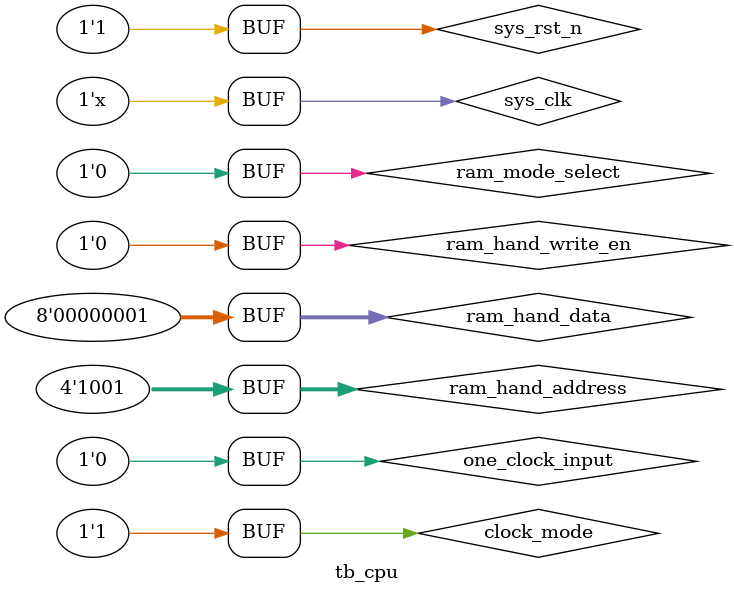
<source format=v>
`timescale 1ns/1ns 

module tb_cpu ;
    
parameter T = 2000;
reg sys_clk;
reg sys_rst_n;
wire always_clock;
reg one_clock_input;
reg clock_mode;
// wire clock_halt_en;
wire cpu_clock;
wire cpu_clock_n;

wire [2:0] command_counter_encode;
wire [5:0] command_counter_decode;

wire [7:0] cpu_bus;

wire [7:0] a_reg_data;
wire a_reg_in_en;
wire a_reg_out_en;

wire [7:0] b_reg_data;
wire b_reg_in_en;
wire b_reg_out_en;

wire [7:0] alu_data;
wire alu_full;
wire alu_empty;
wire alu_out_en;
wire alu_sub_en;

wire [3:0] pc_data;
wire pc_load;
wire pc_en;
wire pc_out_en;

wire [7:0] command_reg_data;
wire command_reg_in_en;
wire command_reg_out_en;

reg [3:0] ram_hand_address;
reg [7:0] ram_hand_data;
wire [3:0] ram_address;
wire [7:0] ram_data;
reg ram_mode_select;
wire ram_hand_mode;
wire ram_auto_mode;

wire ram_address_lock_en;
wire ram_data_in_en;
wire ram_data_out_en;
reg ram_hand_write_en;

wire display_smg_in_en;
wire [3:0] seg_sel;
wire [7:0] seg_led;
initial begin
    sys_clk=1'b0;
    sys_rst_n=1'b0;
    one_clock_input<=1'b0;
    clock_mode<=1'b0;
    // clock_halt_en<=1'b1;//½ûÖ¹Ê±ÖÓ

    // a_reg_in_en<=1'b0;
    // a_reg_out_en<=1'b0;
    // b_reg_in_en<=1'b0;
    // b_reg_out_en<=1'b0;
    // alu_out_en<=1'b0;
    // alu_sub_en<=1'b0;

    // pc_load<=1'b0;
    // pc_en<=1'b0;
    // pc_out_en<=1'b0;

    // command_reg_in_en<=1'b0;
    // command_reg_out_en<=1'b0;

    ram_hand_address<=4'd0;
    ram_hand_data<=8'd0;
    ram_mode_select<=1'd0;//0->×Ô¶¯ 1->ÊÖ¶¯  
    // ram_address_lock_en<=1'd0;
    // ram_data_in_en<=1'd0;
    // ram_data_out_en<=1'd0;
    ram_hand_write_en<=1'd0;

    // display_smg_in_en<=1'd0;

    // force cpu_bus=8'dz;
    #(T+1) sys_rst_n=1'b1;

    //²âÊÔ3£ºÌõ¼þÌø×ªÖ¸Áî---------------------------------------------------------------------------------------------------------------------------
    #(1000000) ram_mode_select<=1'b1;//0->×Ô¶¯ 1->ÊÖ¶¯  

    //OUT
    #(1000000) ram_hand_address<=4'b0000;
    #(1000000) ram_hand_data<=8'b1110_0000;
    #(1000000) ram_hand_write_en<=1'b1;
    #(1000000) ram_hand_write_en<=1'b0;

    //ADD
    #(1000000) ram_hand_address<=4'b0001;
    #(1000000) ram_hand_data<=8'b0010_1000;
    #(1000000) ram_hand_write_en<=1'b1;
    #(1000000) ram_hand_write_en<=1'b0;

    //JF
    #(1000000) ram_hand_address<=4'b0010;
    #(1000000) ram_hand_data<=8'b1000_0100;
    #(1000000) ram_hand_write_en<=1'b1;
    #(1000000) ram_hand_write_en<=1'b0;

    //JMP
    #(1000000) ram_hand_address<=4'b0011;
    #(1000000) ram_hand_data<=8'b0110_0000;
    #(1000000) ram_hand_write_en<=1'b1;
    #(1000000) ram_hand_write_en<=1'b0;

    //SUB
    #(1000000) ram_hand_address<=4'b0100;
    #(1000000) ram_hand_data<=8'b0011_1001;
    #(1000000) ram_hand_write_en<=1'b1;
    #(1000000) ram_hand_write_en<=1'b0;

    //OUT
    #(1000000) ram_hand_address<=4'b0101;
    #(1000000) ram_hand_data<=8'b1110_0000;
    #(1000000) ram_hand_write_en<=1'b1;
    #(1000000) ram_hand_write_en<=1'b0;

    //JZ
    #(1000000) ram_hand_address<=4'b0110;
    #(1000000) ram_hand_data<=8'b0111_0000;
    #(1000000) ram_hand_write_en<=1'b1;
    #(1000000) ram_hand_write_en<=1'b0;

    //JMP
    #(1000000) ram_hand_address<=4'b0111;
    #(1000000) ram_hand_data<=8'b0110_0100;
    #(1000000) ram_hand_write_en<=1'b1;
    #(1000000) ram_hand_write_en<=1'b0;

    //data1
    #(1000000) ram_hand_address<=4'b1000;
    #(1000000) ram_hand_data<=8'b0000_0001;
    #(1000000) ram_hand_write_en<=1'b1;
    #(1000000) ram_hand_write_en<=1'b0;
    
    //data2
    #(1000000) ram_hand_address<=4'b1001;
    #(1000000) ram_hand_data<=8'b0000_0001;
    #(1000000) ram_hand_write_en<=1'b1;
    #(1000000) ram_hand_write_en<=1'b0;

    #(1000000) ram_mode_select<=1'b0;//0->×Ô¶¯ 1->ÊÖ¶¯  
    #(1000000) clock_mode<=1'b1;//1->×Ô¶¯ 0->ÊÖ¶¯  
    //²âÊÔ2£º»ù±¾Ö¸Áî¼¯-----------------------------------------------------------------------------------------------
    // #(1000000) ram_mode_select<=1'b1;//0->×Ô¶¯ 1->ÊÖ¶¯  

    // //LDA
    // #(1000000) ram_hand_address<=4'b0000;
    // #(1000000) ram_hand_data<=8'b0001_1000;
    // #(1000000) ram_hand_write_en<=1'b1;
    // #(1000000) ram_hand_write_en<=1'b0;

    // //ADD
    // #(1000000) ram_hand_address<=4'b0001;
    // #(1000000) ram_hand_data<=8'b0010_1001;
    // #(1000000) ram_hand_write_en<=1'b1;
    // #(1000000) ram_hand_write_en<=1'b0;

    // //OUT
    // #(1000000) ram_hand_address<=4'b0010;
    // #(1000000) ram_hand_data<=8'b1110_0000;
    // #(1000000) ram_hand_write_en<=1'b1;
    // #(1000000) ram_hand_write_en<=1'b0;

    // //SUB
    // #(1000000) ram_hand_address<=4'b0011;
    // #(1000000) ram_hand_data<=8'b0011_1010;
    // #(1000000) ram_hand_write_en<=1'b1;
    // #(1000000) ram_hand_write_en<=1'b0;

    // //LDI
    // #(1000000) ram_hand_address<=4'b0100;
    // #(1000000) ram_hand_data<=8'b0101_1010;
    // #(1000000) ram_hand_write_en<=1'b1;
    // #(1000000) ram_hand_write_en<=1'b0;

    // //STA
    // #(1000000) ram_hand_address<=4'b0101;
    // #(1000000) ram_hand_data<=8'B0100_1011;
    // #(1000000) ram_hand_write_en<=1'b1;
    // #(1000000) ram_hand_write_en<=1'b0;

    // //HLT
    // #(1000000) ram_hand_address<=4'b0110;
    // #(1000000) ram_hand_data<=8'b1111_0000;
    // #(1000000) ram_hand_write_en<=1'b1;
    // #(1000000) ram_hand_write_en<=1'b0;
    
    // //data1
    // #(1000000) ram_hand_address<=4'b1000;
    // #(1000000) ram_hand_data<=8'b1000_1010;
    // #(1000000) ram_hand_write_en<=1'b1;
    // #(1000000) ram_hand_write_en<=1'b0;
    
    // //data2
    // #(1000000) ram_hand_address<=4'b1001;
    // #(1000000) ram_hand_data<=8'b0010_1110;
    // #(1000000) ram_hand_write_en<=1'b1;
    // #(1000000) ram_hand_write_en<=1'b0;

    // //data3
    // #(1000000) ram_hand_address<=4'b1010;
    // #(1000000) ram_hand_data<=8'b0000_0110;
    // #(1000000) ram_hand_write_en<=1'b1;
    // #(1000000) ram_hand_write_en<=1'b0;

    // #(1000000) ram_mode_select<=1'b0;//0->×Ô¶¯ 1->ÊÖ¶¯  

    // #(1000000) clock_mode<=1'b1;//1->×Ô¶¯ 0->ÊÖ¶¯  


    // clock_halt_en<=1'b0;

    //²âÊÔ1£º»ù±¾¹¦ÄÜ-----------------------------------------------------------------------------------------------
    // //Ê±ÖÓ²âÊÔ
    // #(1000000) one_clock_input<=1'b1;
    // #(1000000) clock_mode<=1'b1;
    // #(1000000) clock_halt_en<=1'b1;
    // #(1000000) clock_halt_en<=1'b0;

    // //¼Ä´æÆ÷A²âÊÔ
    // #(1000000) force cpu_bus=8'd55;
    // #(1000000) a_reg_in_en<=1'b1;
    // #(1000000) a_reg_in_en<=1'b0;
    // #(1000000) release cpu_bus;
    // #(1000000) a_reg_out_en<=1'b1;
    // #(1000000) a_reg_out_en<=1'b0;

    // //¼Ä´æÆ÷B²âÊÔ
    // #(1000000) force cpu_bus=8'd66;
    // #(1000000) b_reg_in_en<=1'b1;
    // #(1000000) b_reg_in_en<=1'b0;
    // #(1000000) release cpu_bus;
    // #(1000000) b_reg_out_en<=1'b1;
    // #(1000000) b_reg_out_en<=1'b0;

    // //ALU²âÊÔ
    // #(1000000)alu_sub_en<=1'b1;
    // #(1000000)alu_sub_en<=1'b0;
    // #(1000000) alu_out_en<=1'b1;
    // #(1000000) alu_out_en<=1'b0;

    // //³ÌÐò¼ÆÊýÆ÷²âÊÔ
    // #(1000000) force cpu_bus=8'd12;
    // #(1000000) pc_load<=1'b1;
    // #(1000000) pc_load<=1'b0;
    // #(1000000) release cpu_bus;
    // #(1000000) pc_en<=1'b1;
    // #(2000000) pc_en<=1'b0;
    // #(1000000) pc_out_en<=1'b1;
    // #(1000000) pc_out_en<=1'b0;

    // //Ö¸Áî¼Ä´æÆ÷²âÊÔ
    // #(1000000) force cpu_bus=8'd75;
    // #(1000000) command_reg_in_en<=1'b1;
    // #(1000000) command_reg_in_en<=1'b0;
    // #(1000000) release cpu_bus;
    // #(1000000) command_reg_out_en<=1'b1;
    // #(1000000) command_reg_out_en<=1'b0;

    // //ÄÚ´æ²âÊÔ
    // #(1000000) ram_mode_select<=1'b1;//0->×Ô¶¯ 1->ÊÖ¶¯  
    // #(1000000) ram_hand_address<=4'd2;
    // #(1000000) ram_hand_data<=8'd46;
    // #(1000000) ram_hand_write_en<=1'b1;
    // #(1000000) ram_hand_write_en<=1'b0;

    // #(1000000) ram_hand_address<=4'd3;
    // #(1000000) ram_hand_data<=8'd48;
    // #(1000000) ram_hand_write_en<=1'b1;
    // #(1000000) ram_hand_write_en<=1'b0;

    // #(1000000) ram_mode_select<=1'b0;//0->×Ô¶¯ 1->ÊÖ¶¯ 
    // #(1000000) force cpu_bus=8'd03;
    // #(1000000) ram_address_lock_en<=1'b1;
    // #(1000000) ram_address_lock_en<=1'b0;
    // #(1000000) force cpu_bus=8'd43;
    // #(1000000) ram_data_in_en<=1'b1;
    // #(1000000) ram_data_in_en<=1'b0;

    // // #(1000000) force cpu_bus=8'd04;
    // // #(1000000) ram_address_lock_en<=1'b1;
    // // #(1000000) ram_address_lock_en<=1'b0;
    // // #(1000000) force cpu_bus=8'd44;
    // // #(1000000) ram_data_in_en<=1'b1;
    // // #(1000000) ram_data_in_en<=1'b0;

    // #(1000000) release cpu_bus;
    // #(1000000) ram_data_out_en<=1'b1;
    // #(1000000) ram_data_out_en<=1'b0;

    // //ÏÔÊ¾²âÊÔ
    // #(1000000) force cpu_bus=8'd46;
    // #(1000000) display_smg_in_en<=1'd1;
    // #(1000000) display_smg_in_en<=1'd0;
    // #(1000000) release cpu_bus;
end

always #(T/2) sys_clk=~sys_clk;

cpu u_cpu(
    .sys_clk    (sys_clk  ),
    .sys_rst_n  (sys_rst_n),
    .one_clock_input (one_clock_input),
    .clock_mode (clock_mode),
    // .clock_halt_en (clock_halt_en),
    .always_clock (always_clock ),
    .cpu_clock (cpu_clock),
    .cpu_clock_n (cpu_clock_n),

    .command_counter_encode (command_counter_encode),
    .command_counter_decode (command_counter_decode),

    .cpu_bus(cpu_bus),

    .a_reg_data(a_reg_data),
    .a_reg_in_en(a_reg_in_en),
    .a_reg_out_en(a_reg_out_en),

    .b_reg_data(b_reg_data),
    .b_reg_in_en(b_reg_in_en),
    .b_reg_out_en(b_reg_out_en),

    .alu_data(alu_data),
    .alu_full(alu_full),
    .alu_empty(alu_empty),
    .alu_out_en(alu_out_en),
    .alu_sub_en(alu_sub_en),

    .pc_data(pc_data),
    .pc_load(pc_load),
    .pc_en(pc_en),
    .pc_out_en(pc_out_en),

    .command_reg_data(command_reg_data),
    .command_reg_in_en(command_reg_in_en),
    .command_reg_out_en(command_reg_out_en),

    .ram_hand_address(ram_hand_address),
    .ram_hand_data(ram_hand_data),
    .ram_address(ram_address),
    .ram_data(ram_data),
    .ram_mode_select(ram_mode_select),
    .ram_hand_mode(ram_hand_mode),
    .ram_auto_mode(ram_auto_mode),

    .ram_address_lock_en(ram_address_lock_en),
    .ram_data_in_en(ram_data_in_en),
    .ram_data_out_en(ram_data_out_en),
    .ram_hand_write_en(ram_hand_write_en),

    .display_smg_in_en(display_smg_in_en),
    .seg_sel(seg_sel),
    .seg_led(seg_led)
);

endmodule
</source>
